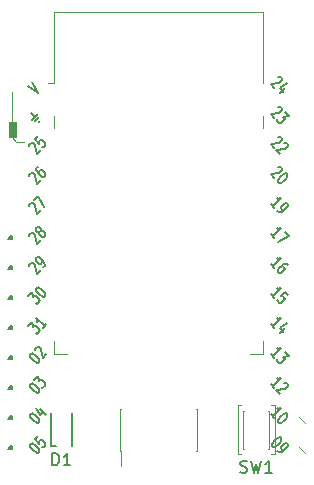
<source format=gbr>
G04 #@! TF.GenerationSoftware,KiCad,Pcbnew,(5.1.0)-1*
G04 #@! TF.CreationDate,2019-03-29T02:28:53-07:00*
G04 #@! TF.ProjectId,e73-breakout,6537332d-6272-4656-916b-6f75742e6b69,rev?*
G04 #@! TF.SameCoordinates,Original*
G04 #@! TF.FileFunction,Legend,Top*
G04 #@! TF.FilePolarity,Positive*
%FSLAX46Y46*%
G04 Gerber Fmt 4.6, Leading zero omitted, Abs format (unit mm)*
G04 Created by KiCad (PCBNEW (5.1.0)-1) date 2019-03-29 02:28:53*
%MOMM*%
%LPD*%
G04 APERTURE LIST*
%ADD10C,0.120000*%
%ADD11C,0.150000*%
%ADD12C,0.100000*%
G04 APERTURE END LIST*
D10*
X87935000Y-92126000D02*
X88570000Y-92126000D01*
X87554000Y-91745000D02*
X87935000Y-92126000D01*
X111938000Y-118034001D02*
G75*
G02X112445999Y-118542000I-508000J-1015998D01*
G01*
X111938000Y-115494002D02*
G75*
G02X112445999Y-116002001I-508000J-1015998D01*
G01*
D11*
X110330414Y-117175963D02*
X110380921Y-117226471D01*
X110397757Y-117310650D01*
X110389339Y-117369576D01*
X110347249Y-117462173D01*
X110237816Y-117622114D01*
X110069457Y-117790473D01*
X109909517Y-117899906D01*
X109816919Y-117941996D01*
X109757994Y-117950414D01*
X109673814Y-117933578D01*
X109623307Y-117883070D01*
X109606471Y-117798891D01*
X109614889Y-117739965D01*
X109656978Y-117647368D01*
X109766412Y-117487427D01*
X109934770Y-117319068D01*
X110094711Y-117209635D01*
X110187309Y-117167545D01*
X110246234Y-117159127D01*
X110330414Y-117175963D01*
X110052622Y-118312385D02*
X110153637Y-118413400D01*
X110237816Y-118430236D01*
X110296742Y-118421818D01*
X110448265Y-118371310D01*
X110608205Y-118261877D01*
X110877579Y-117992503D01*
X110919669Y-117899906D01*
X110928087Y-117840980D01*
X110911251Y-117756801D01*
X110810236Y-117655786D01*
X110726057Y-117638950D01*
X110667131Y-117647368D01*
X110574534Y-117689457D01*
X110406175Y-117857816D01*
X110364085Y-117950414D01*
X110355667Y-118009339D01*
X110372503Y-118093518D01*
X110473518Y-118194534D01*
X110557698Y-118211370D01*
X110616623Y-118202952D01*
X110709221Y-118160862D01*
X109800083Y-115519847D02*
X109497038Y-115216801D01*
X109648561Y-115368324D02*
X110355667Y-114661217D01*
X110204144Y-114711725D01*
X110086293Y-114728561D01*
X110002114Y-114711725D01*
X110835490Y-115141039D02*
X110885997Y-115191547D01*
X110902833Y-115275727D01*
X110894415Y-115334652D01*
X110852326Y-115427249D01*
X110742892Y-115587190D01*
X110574534Y-115755549D01*
X110414593Y-115864982D01*
X110321996Y-115907072D01*
X110263070Y-115915490D01*
X110178891Y-115898654D01*
X110128383Y-115848146D01*
X110111547Y-115763967D01*
X110119965Y-115705041D01*
X110162055Y-115612444D01*
X110271488Y-115452503D01*
X110439847Y-115284144D01*
X110599788Y-115174711D01*
X110692385Y-115132622D01*
X110751310Y-115124204D01*
X110835490Y-115141039D01*
X109800083Y-112979847D02*
X109497038Y-112676801D01*
X109648561Y-112828324D02*
X110355667Y-112121217D01*
X110204144Y-112171725D01*
X110086293Y-112188561D01*
X110002114Y-112171725D01*
X110641877Y-112542114D02*
X110700803Y-112533696D01*
X110784982Y-112550532D01*
X110911251Y-112676801D01*
X110928087Y-112760980D01*
X110919669Y-112819906D01*
X110877579Y-112912503D01*
X110810236Y-112979847D01*
X110683967Y-113055608D01*
X109976860Y-113156623D01*
X110305160Y-113484923D01*
X109800083Y-110439847D02*
X109497038Y-110136801D01*
X109648561Y-110288324D02*
X110355667Y-109581217D01*
X110204144Y-109631725D01*
X110086293Y-109648561D01*
X110002114Y-109631725D01*
X110683967Y-109909517D02*
X111012266Y-110237816D01*
X110566116Y-110330414D01*
X110641877Y-110406175D01*
X110658713Y-110490354D01*
X110650295Y-110549280D01*
X110608205Y-110641877D01*
X110439847Y-110810236D01*
X110347249Y-110852326D01*
X110288324Y-110860744D01*
X110204144Y-110843908D01*
X110052622Y-110692385D01*
X110035786Y-110608205D01*
X110044204Y-110549280D01*
X109800083Y-107899847D02*
X109497038Y-107596801D01*
X109648561Y-107748324D02*
X110355667Y-107041217D01*
X110204144Y-107091725D01*
X110086293Y-107108561D01*
X110002114Y-107091725D01*
X110726057Y-107883011D02*
X110254652Y-108354415D01*
X110869162Y-107487368D02*
X110237816Y-107866175D01*
X110566116Y-108194475D01*
X109800083Y-105359847D02*
X109497038Y-105056801D01*
X109648561Y-105208324D02*
X110355667Y-104501217D01*
X110204144Y-104551725D01*
X110086293Y-104568561D01*
X110002114Y-104551725D01*
X110987013Y-105132562D02*
X110734475Y-104880024D01*
X110372503Y-105191488D01*
X110431429Y-105183070D01*
X110515608Y-105199906D01*
X110641877Y-105326175D01*
X110658713Y-105410354D01*
X110650295Y-105469280D01*
X110608205Y-105561877D01*
X110439847Y-105730236D01*
X110347249Y-105772326D01*
X110288324Y-105780744D01*
X110204144Y-105763908D01*
X110077875Y-105637639D01*
X110061039Y-105553459D01*
X110069457Y-105494534D01*
X109800083Y-102819847D02*
X109497038Y-102516801D01*
X109648561Y-102668324D02*
X110355667Y-101961217D01*
X110204144Y-102011725D01*
X110086293Y-102028561D01*
X110002114Y-102011725D01*
X110961759Y-102567309D02*
X110860744Y-102466293D01*
X110776564Y-102449457D01*
X110717639Y-102457875D01*
X110566116Y-102508383D01*
X110406175Y-102617816D01*
X110136801Y-102887190D01*
X110094711Y-102979788D01*
X110086293Y-103038713D01*
X110103129Y-103122892D01*
X110204144Y-103223908D01*
X110288324Y-103240744D01*
X110347249Y-103232326D01*
X110439847Y-103190236D01*
X110608205Y-103021877D01*
X110650295Y-102929280D01*
X110658713Y-102870354D01*
X110641877Y-102786175D01*
X110540862Y-102685160D01*
X110456683Y-102668324D01*
X110397757Y-102676742D01*
X110305160Y-102718831D01*
X109800083Y-100279847D02*
X109497038Y-99976801D01*
X109648561Y-100128324D02*
X110355667Y-99421217D01*
X110204144Y-99471725D01*
X110086293Y-99488561D01*
X110002114Y-99471725D01*
X110683967Y-99749517D02*
X111037520Y-100103070D01*
X110103129Y-100582892D01*
X109800083Y-97739847D02*
X109497038Y-97436801D01*
X109648561Y-97588324D02*
X110355667Y-96881217D01*
X110204144Y-96931725D01*
X110086293Y-96948561D01*
X110002114Y-96931725D01*
X110052622Y-97992385D02*
X110153637Y-98093400D01*
X110237816Y-98110236D01*
X110296742Y-98101818D01*
X110448265Y-98051310D01*
X110608205Y-97941877D01*
X110877579Y-97672503D01*
X110919669Y-97579906D01*
X110928087Y-97520980D01*
X110911251Y-97436801D01*
X110810236Y-97335786D01*
X110726057Y-97318950D01*
X110667131Y-97327368D01*
X110574534Y-97369457D01*
X110406175Y-97537816D01*
X110364085Y-97630414D01*
X110355667Y-97689339D01*
X110372503Y-97773518D01*
X110473518Y-97874534D01*
X110557698Y-97891370D01*
X110616623Y-97882952D01*
X110709221Y-97840862D01*
X110136801Y-94257038D02*
X110195727Y-94248620D01*
X110279906Y-94265456D01*
X110406175Y-94391725D01*
X110423011Y-94475904D01*
X110414593Y-94534830D01*
X110372503Y-94627427D01*
X110305160Y-94694770D01*
X110178891Y-94770532D01*
X109471784Y-94871547D01*
X109800083Y-95199847D01*
X110835490Y-94821039D02*
X110885997Y-94871547D01*
X110902833Y-94955727D01*
X110894415Y-95014652D01*
X110852326Y-95107249D01*
X110742892Y-95267190D01*
X110574534Y-95435549D01*
X110414593Y-95544982D01*
X110321996Y-95587072D01*
X110263070Y-95595490D01*
X110178891Y-95578654D01*
X110128383Y-95528146D01*
X110111547Y-95443967D01*
X110119965Y-95385041D01*
X110162055Y-95292444D01*
X110271488Y-95132503D01*
X110439847Y-94964144D01*
X110599788Y-94854711D01*
X110692385Y-94812622D01*
X110751310Y-94804204D01*
X110835490Y-94821039D01*
X110136801Y-91717038D02*
X110195727Y-91708620D01*
X110279906Y-91725456D01*
X110406175Y-91851725D01*
X110423011Y-91935904D01*
X110414593Y-91994830D01*
X110372503Y-92087427D01*
X110305160Y-92154770D01*
X110178891Y-92230532D01*
X109471784Y-92331547D01*
X109800083Y-92659847D01*
X110641877Y-92222114D02*
X110700803Y-92213696D01*
X110784982Y-92230532D01*
X110911251Y-92356801D01*
X110928087Y-92440980D01*
X110919669Y-92499906D01*
X110877579Y-92592503D01*
X110810236Y-92659847D01*
X110683967Y-92735608D01*
X109976860Y-92836623D01*
X110305160Y-93164923D01*
X110136801Y-89177038D02*
X110195727Y-89168620D01*
X110279906Y-89185456D01*
X110406175Y-89311725D01*
X110423011Y-89395904D01*
X110414593Y-89454830D01*
X110372503Y-89547427D01*
X110305160Y-89614770D01*
X110178891Y-89690532D01*
X109471784Y-89791547D01*
X109800083Y-90119847D01*
X110683967Y-89589517D02*
X111012266Y-89917816D01*
X110566116Y-90010414D01*
X110641877Y-90086175D01*
X110658713Y-90170354D01*
X110650295Y-90229280D01*
X110608205Y-90321877D01*
X110439847Y-90490236D01*
X110347249Y-90532326D01*
X110288324Y-90540744D01*
X110204144Y-90523908D01*
X110052622Y-90372385D01*
X110035786Y-90288205D01*
X110044204Y-90229280D01*
X110136801Y-86637038D02*
X110195727Y-86628620D01*
X110279906Y-86645456D01*
X110406175Y-86771725D01*
X110423011Y-86855904D01*
X110414593Y-86914830D01*
X110372503Y-87007427D01*
X110305160Y-87074770D01*
X110178891Y-87150532D01*
X109471784Y-87251547D01*
X109800083Y-87579847D01*
X110726057Y-87563011D02*
X110254652Y-88034415D01*
X110869162Y-87167368D02*
X110237816Y-87546175D01*
X110566116Y-87874475D01*
D12*
G36*
X87935000Y-91745000D02*
G01*
X87300000Y-91745000D01*
X87300000Y-90475000D01*
X87935000Y-90475000D01*
X87935000Y-91745000D01*
G37*
X87935000Y-91745000D02*
X87300000Y-91745000D01*
X87300000Y-90475000D01*
X87935000Y-90475000D01*
X87935000Y-91745000D01*
D11*
X88937225Y-87428324D02*
X89821108Y-87958654D01*
X89290778Y-87074770D01*
D10*
X87554000Y-91745000D02*
X87554000Y-87935000D01*
D11*
X89265524Y-90246116D02*
X89770601Y-89741039D01*
X89568570Y-90347131D02*
X89871616Y-90044085D01*
X89215017Y-89690532D02*
X89518063Y-89993578D01*
X89972631Y-90347131D02*
X89871616Y-90448146D01*
X87537757Y-100136742D02*
X87335727Y-100338772D01*
X87529339Y-100195667D02*
X87394652Y-100330354D01*
X87554593Y-100220921D02*
X87419906Y-100355608D01*
X87512503Y-100313518D02*
X87563011Y-100364026D01*
X87546175Y-100279847D02*
X87478831Y-100347190D01*
X87512503Y-100111488D02*
X87563011Y-100364026D01*
X87310473Y-100313518D01*
X87588265Y-100389280D02*
X87276801Y-100347190D01*
X87546175Y-100077816D01*
X87588265Y-100389280D01*
X87537757Y-102676742D02*
X87335727Y-102878772D01*
X87529339Y-102735667D02*
X87394652Y-102870354D01*
X87554593Y-102760921D02*
X87419906Y-102895608D01*
X87512503Y-102853518D02*
X87563011Y-102904026D01*
X87546175Y-102819847D02*
X87478831Y-102887190D01*
X87512503Y-102651488D02*
X87563011Y-102904026D01*
X87310473Y-102853518D01*
X87588265Y-102929280D02*
X87276801Y-102887190D01*
X87546175Y-102617816D01*
X87588265Y-102929280D01*
X87537757Y-105216742D02*
X87335727Y-105418772D01*
X87529339Y-105275667D02*
X87394652Y-105410354D01*
X87554593Y-105300921D02*
X87419906Y-105435608D01*
X87512503Y-105393518D02*
X87563011Y-105444026D01*
X87546175Y-105359847D02*
X87478831Y-105427190D01*
X87512503Y-105191488D02*
X87563011Y-105444026D01*
X87310473Y-105393518D01*
X87588265Y-105469280D02*
X87276801Y-105427190D01*
X87546175Y-105157816D01*
X87588265Y-105469280D01*
X87537757Y-107756742D02*
X87335727Y-107958772D01*
X87529339Y-107815667D02*
X87394652Y-107950354D01*
X87554593Y-107840921D02*
X87419906Y-107975608D01*
X87512503Y-107933518D02*
X87563011Y-107984026D01*
X87546175Y-107899847D02*
X87478831Y-107967190D01*
X87512503Y-107731488D02*
X87563011Y-107984026D01*
X87310473Y-107933518D01*
X87588265Y-108009280D02*
X87276801Y-107967190D01*
X87546175Y-107697816D01*
X87588265Y-108009280D01*
X87537757Y-110296742D02*
X87335727Y-110498772D01*
X87529339Y-110355667D02*
X87394652Y-110490354D01*
X87554593Y-110380921D02*
X87419906Y-110515608D01*
X87512503Y-110473518D02*
X87563011Y-110524026D01*
X87546175Y-110439847D02*
X87478831Y-110507190D01*
X87512503Y-110271488D02*
X87563011Y-110524026D01*
X87310473Y-110473518D01*
X87588265Y-110549280D02*
X87276801Y-110507190D01*
X87546175Y-110237816D01*
X87588265Y-110549280D01*
X87537757Y-112836742D02*
X87335727Y-113038772D01*
X87529339Y-112895667D02*
X87394652Y-113030354D01*
X87554593Y-112920921D02*
X87419906Y-113055608D01*
X87512503Y-113013518D02*
X87563011Y-113064026D01*
X87546175Y-112979847D02*
X87478831Y-113047190D01*
X87512503Y-112811488D02*
X87563011Y-113064026D01*
X87310473Y-113013518D01*
X87588265Y-113089280D02*
X87276801Y-113047190D01*
X87546175Y-112777816D01*
X87588265Y-113089280D01*
X87537757Y-115376742D02*
X87335727Y-115578772D01*
X87529339Y-115435667D02*
X87394652Y-115570354D01*
X87554593Y-115460921D02*
X87419906Y-115595608D01*
X87512503Y-115553518D02*
X87563011Y-115604026D01*
X87546175Y-115519847D02*
X87478831Y-115587190D01*
X87512503Y-115351488D02*
X87563011Y-115604026D01*
X87310473Y-115553518D01*
X87588265Y-115629280D02*
X87276801Y-115587190D01*
X87546175Y-115317816D01*
X87588265Y-115629280D01*
X87537757Y-117916742D02*
X87335727Y-118118772D01*
X87529339Y-117975667D02*
X87394652Y-118110354D01*
X87554593Y-118000921D02*
X87419906Y-118135608D01*
X87512503Y-118093518D02*
X87563011Y-118144026D01*
X87546175Y-118059847D02*
X87478831Y-118127190D01*
X87512503Y-117891488D02*
X87563011Y-118144026D01*
X87310473Y-118093518D01*
X87588265Y-118169280D02*
X87276801Y-118127190D01*
X87546175Y-117857816D01*
X87588265Y-118169280D01*
X89114002Y-117731547D02*
X89164509Y-117681039D01*
X89248689Y-117664204D01*
X89307614Y-117672622D01*
X89400211Y-117714711D01*
X89560152Y-117824144D01*
X89728511Y-117992503D01*
X89837944Y-118152444D01*
X89880034Y-118245041D01*
X89888452Y-118303967D01*
X89871616Y-118388146D01*
X89821108Y-118438654D01*
X89736929Y-118455490D01*
X89678003Y-118447072D01*
X89585406Y-118404982D01*
X89425465Y-118295549D01*
X89257107Y-118127190D01*
X89147673Y-117967249D01*
X89105584Y-117874652D01*
X89097166Y-117815727D01*
X89114002Y-117731547D01*
X89770601Y-117074948D02*
X89518063Y-117327486D01*
X89829526Y-117689457D01*
X89821108Y-117630532D01*
X89837944Y-117546352D01*
X89964213Y-117420083D01*
X90048393Y-117403248D01*
X90107318Y-117411665D01*
X90199916Y-117453755D01*
X90368274Y-117622114D01*
X90410364Y-117714711D01*
X90418782Y-117773637D01*
X90401946Y-117857816D01*
X90275677Y-117984085D01*
X90191498Y-118000921D01*
X90132572Y-117992503D01*
X89114002Y-115191547D02*
X89164509Y-115141039D01*
X89248689Y-115124204D01*
X89307614Y-115132622D01*
X89400211Y-115174711D01*
X89560152Y-115284144D01*
X89728511Y-115452503D01*
X89837944Y-115612444D01*
X89880034Y-115705041D01*
X89888452Y-115763967D01*
X89871616Y-115848146D01*
X89821108Y-115898654D01*
X89736929Y-115915490D01*
X89678003Y-115907072D01*
X89585406Y-115864982D01*
X89425465Y-115755549D01*
X89257107Y-115587190D01*
X89147673Y-115427249D01*
X89105584Y-115334652D01*
X89097166Y-115275727D01*
X89114002Y-115191547D01*
X89981049Y-114795904D02*
X90452454Y-115267309D01*
X89585406Y-114652799D02*
X89964213Y-115284144D01*
X90292513Y-114955845D01*
X89114002Y-112651547D02*
X89164509Y-112601039D01*
X89248689Y-112584204D01*
X89307614Y-112592622D01*
X89400211Y-112634711D01*
X89560152Y-112744144D01*
X89728511Y-112912503D01*
X89837944Y-113072444D01*
X89880034Y-113165041D01*
X89888452Y-113223967D01*
X89871616Y-113308146D01*
X89821108Y-113358654D01*
X89736929Y-113375490D01*
X89678003Y-113367072D01*
X89585406Y-113324982D01*
X89425465Y-113215549D01*
X89257107Y-113047190D01*
X89147673Y-112887249D01*
X89105584Y-112794652D01*
X89097166Y-112735727D01*
X89114002Y-112651547D01*
X89467555Y-112297994D02*
X89795855Y-111969694D01*
X89888452Y-112415845D01*
X89964213Y-112340083D01*
X90048393Y-112323248D01*
X90107318Y-112331665D01*
X90199916Y-112373755D01*
X90368274Y-112542114D01*
X90410364Y-112634711D01*
X90418782Y-112693637D01*
X90401946Y-112777816D01*
X90250423Y-112929339D01*
X90166244Y-112946175D01*
X90107318Y-112937757D01*
X89114002Y-110111547D02*
X89164509Y-110061039D01*
X89248689Y-110044204D01*
X89307614Y-110052622D01*
X89400211Y-110094711D01*
X89560152Y-110204144D01*
X89728511Y-110372503D01*
X89837944Y-110532444D01*
X89880034Y-110625041D01*
X89888452Y-110683967D01*
X89871616Y-110768146D01*
X89821108Y-110818654D01*
X89736929Y-110835490D01*
X89678003Y-110827072D01*
X89585406Y-110784982D01*
X89425465Y-110675549D01*
X89257107Y-110507190D01*
X89147673Y-110347249D01*
X89105584Y-110254652D01*
X89097166Y-110195727D01*
X89114002Y-110111547D01*
X89560152Y-109800083D02*
X89551734Y-109741158D01*
X89568570Y-109656978D01*
X89694839Y-109530709D01*
X89779019Y-109513874D01*
X89837944Y-109522291D01*
X89930542Y-109564381D01*
X89997885Y-109631725D01*
X90073647Y-109757994D01*
X90174662Y-110465101D01*
X90502961Y-110136801D01*
X88962479Y-107723070D02*
X89290778Y-107394770D01*
X89383376Y-107840921D01*
X89459137Y-107765160D01*
X89543316Y-107748324D01*
X89602242Y-107756742D01*
X89694839Y-107798831D01*
X89863198Y-107967190D01*
X89905288Y-108059788D01*
X89913706Y-108118713D01*
X89896870Y-108202892D01*
X89745347Y-108354415D01*
X89661168Y-108371251D01*
X89602242Y-108362833D01*
X90502961Y-107596801D02*
X90199916Y-107899847D01*
X90351438Y-107748324D02*
X89644332Y-107041217D01*
X89694839Y-107192740D01*
X89711675Y-107310591D01*
X89694839Y-107394770D01*
X88962479Y-105183070D02*
X89290778Y-104854770D01*
X89383376Y-105300921D01*
X89459137Y-105225160D01*
X89543316Y-105208324D01*
X89602242Y-105216742D01*
X89694839Y-105258831D01*
X89863198Y-105427190D01*
X89905288Y-105519788D01*
X89913706Y-105578713D01*
X89896870Y-105662892D01*
X89745347Y-105814415D01*
X89661168Y-105831251D01*
X89602242Y-105822833D01*
X89619078Y-104526471D02*
X89669585Y-104475963D01*
X89753765Y-104459127D01*
X89812690Y-104467545D01*
X89905288Y-104509635D01*
X90065229Y-104619068D01*
X90233587Y-104787427D01*
X90343021Y-104947368D01*
X90385110Y-105039965D01*
X90393528Y-105098891D01*
X90376692Y-105183070D01*
X90326185Y-105233578D01*
X90242005Y-105250414D01*
X90183080Y-105241996D01*
X90090482Y-105199906D01*
X89930542Y-105090473D01*
X89762183Y-104922114D01*
X89652750Y-104762173D01*
X89610660Y-104669576D01*
X89602242Y-104610650D01*
X89619078Y-104526471D01*
X89055076Y-102685160D02*
X89046658Y-102626234D01*
X89063494Y-102542055D01*
X89189763Y-102415786D01*
X89273942Y-102398950D01*
X89332868Y-102407368D01*
X89425465Y-102449457D01*
X89492809Y-102516801D01*
X89568570Y-102643070D01*
X89669585Y-103350177D01*
X89997885Y-103021877D01*
X90250423Y-102769339D02*
X90351438Y-102668324D01*
X90368274Y-102584144D01*
X90359856Y-102525219D01*
X90309349Y-102373696D01*
X90199916Y-102213755D01*
X89930542Y-101944381D01*
X89837944Y-101902291D01*
X89779019Y-101893874D01*
X89694839Y-101910709D01*
X89593824Y-102011725D01*
X89576988Y-102095904D01*
X89585406Y-102154830D01*
X89627496Y-102247427D01*
X89795855Y-102415786D01*
X89888452Y-102457875D01*
X89947377Y-102466293D01*
X90031557Y-102449457D01*
X90132572Y-102348442D01*
X90149408Y-102264263D01*
X90140990Y-102205337D01*
X90098900Y-102112740D01*
X89055076Y-100145160D02*
X89046658Y-100086234D01*
X89063494Y-100002055D01*
X89189763Y-99875786D01*
X89273942Y-99858950D01*
X89332868Y-99867368D01*
X89425465Y-99909457D01*
X89492809Y-99976801D01*
X89568570Y-100103070D01*
X89669585Y-100810177D01*
X89997885Y-100481877D01*
X89896870Y-99774770D02*
X89812690Y-99791606D01*
X89753765Y-99783188D01*
X89661168Y-99741099D01*
X89627496Y-99707427D01*
X89585406Y-99614830D01*
X89576988Y-99555904D01*
X89593824Y-99471725D01*
X89694839Y-99370709D01*
X89779019Y-99353874D01*
X89837944Y-99362291D01*
X89930542Y-99404381D01*
X89964213Y-99438053D01*
X90006303Y-99530650D01*
X90014721Y-99589576D01*
X89997885Y-99673755D01*
X89896870Y-99774770D01*
X89880034Y-99858950D01*
X89888452Y-99917875D01*
X89930542Y-100010473D01*
X90065229Y-100145160D01*
X90157826Y-100187249D01*
X90216751Y-100195667D01*
X90300931Y-100178831D01*
X90401946Y-100077816D01*
X90418782Y-99993637D01*
X90410364Y-99934711D01*
X90368274Y-99842114D01*
X90233587Y-99707427D01*
X90140990Y-99665337D01*
X90082064Y-99656919D01*
X89997885Y-99673755D01*
X89055076Y-97605160D02*
X89046658Y-97546234D01*
X89063494Y-97462055D01*
X89189763Y-97335786D01*
X89273942Y-97318950D01*
X89332868Y-97327368D01*
X89425465Y-97369457D01*
X89492809Y-97436801D01*
X89568570Y-97563070D01*
X89669585Y-98270177D01*
X89997885Y-97941877D01*
X89467555Y-97057994D02*
X89821108Y-96704440D01*
X90300931Y-97638831D01*
X89055076Y-92525160D02*
X89046658Y-92466234D01*
X89063494Y-92382055D01*
X89189763Y-92255786D01*
X89273942Y-92238950D01*
X89332868Y-92247368D01*
X89425465Y-92289457D01*
X89492809Y-92356801D01*
X89568570Y-92483070D01*
X89669585Y-93190177D01*
X89997885Y-92861877D01*
X89770601Y-91674948D02*
X89518063Y-91927486D01*
X89829526Y-92289457D01*
X89821108Y-92230532D01*
X89837944Y-92146352D01*
X89964213Y-92020083D01*
X90048393Y-92003248D01*
X90107318Y-92011665D01*
X90199916Y-92053755D01*
X90368274Y-92222114D01*
X90410364Y-92314711D01*
X90418782Y-92373637D01*
X90401946Y-92457816D01*
X90275677Y-92584085D01*
X90191498Y-92600921D01*
X90132572Y-92592503D01*
X89055076Y-95065160D02*
X89046658Y-95006234D01*
X89063494Y-94922055D01*
X89189763Y-94795786D01*
X89273942Y-94778950D01*
X89332868Y-94787368D01*
X89425465Y-94829457D01*
X89492809Y-94896801D01*
X89568570Y-95023070D01*
X89669585Y-95730177D01*
X89997885Y-95401877D01*
X89745347Y-94240202D02*
X89644332Y-94341217D01*
X89627496Y-94425396D01*
X89635914Y-94484322D01*
X89686421Y-94635845D01*
X89795855Y-94795786D01*
X90065229Y-95065160D01*
X90157826Y-95107249D01*
X90216751Y-95115667D01*
X90300931Y-95098831D01*
X90401946Y-94997816D01*
X90418782Y-94913637D01*
X90410364Y-94854711D01*
X90368274Y-94762114D01*
X90199916Y-94593755D01*
X90107318Y-94551665D01*
X90048393Y-94543248D01*
X89964213Y-94560083D01*
X89863198Y-94661099D01*
X89846362Y-94745278D01*
X89854780Y-94804204D01*
X89896870Y-94896801D01*
D10*
X96765000Y-118275000D02*
X96765000Y-114745000D01*
X103235000Y-118275000D02*
X103235000Y-114745000D01*
X96830000Y-119600000D02*
X96830000Y-118275000D01*
X96765000Y-118275000D02*
X96830000Y-118275000D01*
X96765000Y-114745000D02*
X96830000Y-114745000D01*
X103170000Y-118275000D02*
X103235000Y-118275000D01*
X103170000Y-114745000D02*
X103235000Y-114745000D01*
X91130000Y-110125000D02*
X91130000Y-109005000D01*
X91130000Y-110125000D02*
X92280000Y-110125000D01*
X108870000Y-110125000D02*
X108870000Y-109005000D01*
X108870000Y-110125000D02*
X107720000Y-110125000D01*
X108870000Y-89955000D02*
X108870000Y-90995000D01*
X91130000Y-89955000D02*
X91130000Y-90995000D01*
X108870000Y-81185000D02*
X108870000Y-87165000D01*
X108870000Y-81185000D02*
X91130000Y-81185000D01*
X91130000Y-81185000D02*
X91130000Y-87165000D01*
X91130000Y-87165000D02*
X90630000Y-87165000D01*
D11*
X92645000Y-117910000D02*
X92645000Y-115110000D01*
X91345000Y-117910000D02*
X90845000Y-117910000D01*
X90845000Y-117910000D02*
X90845000Y-115110000D01*
D10*
X109375000Y-114890000D02*
X109375000Y-118130000D01*
X109375000Y-118130000D02*
X109275000Y-118130000D01*
X109375000Y-114890000D02*
X109275000Y-114890000D01*
X107135000Y-114890000D02*
X107135000Y-118130000D01*
X107235000Y-118130000D02*
X107135000Y-118130000D01*
X107235000Y-114890000D02*
X107135000Y-114890000D01*
X109825000Y-114440000D02*
X109825000Y-118580000D01*
X106985000Y-118580000D02*
X106685000Y-118580000D01*
X106685000Y-118580000D02*
X106685000Y-114440000D01*
X109525000Y-114440000D02*
X109825000Y-114440000D01*
X106685000Y-114440000D02*
X106985000Y-114440000D01*
X109825000Y-118580000D02*
X109525000Y-118580000D01*
D11*
X91006904Y-119502380D02*
X91006904Y-118502380D01*
X91245000Y-118502380D01*
X91387857Y-118550000D01*
X91483095Y-118645238D01*
X91530714Y-118740476D01*
X91578333Y-118930952D01*
X91578333Y-119073809D01*
X91530714Y-119264285D01*
X91483095Y-119359523D01*
X91387857Y-119454761D01*
X91245000Y-119502380D01*
X91006904Y-119502380D01*
X92530714Y-119502380D02*
X91959285Y-119502380D01*
X92245000Y-119502380D02*
X92245000Y-118502380D01*
X92149761Y-118645238D01*
X92054523Y-118740476D01*
X91959285Y-118788095D01*
X106921666Y-120089761D02*
X107064523Y-120137380D01*
X107302619Y-120137380D01*
X107397857Y-120089761D01*
X107445476Y-120042142D01*
X107493095Y-119946904D01*
X107493095Y-119851666D01*
X107445476Y-119756428D01*
X107397857Y-119708809D01*
X107302619Y-119661190D01*
X107112142Y-119613571D01*
X107016904Y-119565952D01*
X106969285Y-119518333D01*
X106921666Y-119423095D01*
X106921666Y-119327857D01*
X106969285Y-119232619D01*
X107016904Y-119185000D01*
X107112142Y-119137380D01*
X107350238Y-119137380D01*
X107493095Y-119185000D01*
X107826428Y-119137380D02*
X108064523Y-120137380D01*
X108255000Y-119423095D01*
X108445476Y-120137380D01*
X108683571Y-119137380D01*
X109588333Y-120137380D02*
X109016904Y-120137380D01*
X109302619Y-120137380D02*
X109302619Y-119137380D01*
X109207380Y-119280238D01*
X109112142Y-119375476D01*
X109016904Y-119423095D01*
M02*

</source>
